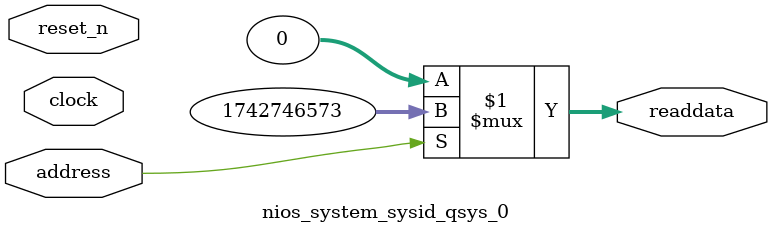
<source format=v>



// synthesis translate_off
`timescale 1ns / 1ps
// synthesis translate_on

// turn off superfluous verilog processor warnings 
// altera message_level Level1 
// altera message_off 10034 10035 10036 10037 10230 10240 10030 

module nios_system_sysid_qsys_0 (
               // inputs:
                address,
                clock,
                reset_n,

               // outputs:
                readdata
             )
;

  output  [ 31: 0] readdata;
  input            address;
  input            clock;
  input            reset_n;

  wire    [ 31: 0] readdata;
  //control_slave, which is an e_avalon_slave
  assign readdata = address ? 1742746573 : 0;

endmodule



</source>
